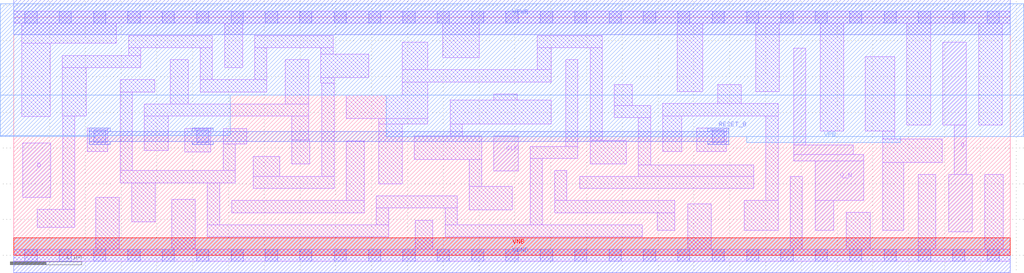
<source format=lef>
# Copyright 2020 The SkyWater PDK Authors
#
# Licensed under the Apache License, Version 2.0 (the "License");
# you may not use this file except in compliance with the License.
# You may obtain a copy of the License at
#
#     https://www.apache.org/licenses/LICENSE-2.0
#
# Unless required by applicable law or agreed to in writing, software
# distributed under the License is distributed on an "AS IS" BASIS,
# WITHOUT WARRANTIES OR CONDITIONS OF ANY KIND, either express or implied.
# See the License for the specific language governing permissions and
# limitations under the License.
#
# SPDX-License-Identifier: Apache-2.0

VERSION 5.7 ;
  NOWIREEXTENSIONATPIN ON ;
  DIVIDERCHAR "/" ;
  BUSBITCHARS "[]" ;
MACRO sky130_fd_sc_ls__dfrbp_2
  CLASS CORE ;
  FOREIGN sky130_fd_sc_ls__dfrbp_2 ;
  ORIGIN  0.000000  0.000000 ;
  SIZE  13.92000 BY  3.330000 ;
  SYMMETRY X Y R90 ;
  SITE unit ;
  PIN D
    ANTENNAGATEAREA  0.126000 ;
    DIRECTION INPUT ;
    USE SIGNAL ;
    PORT
      LAYER li1 ;
        RECT 0.125000 0.810000 0.515000 1.570000 ;
    END
  END D
  PIN Q
    ANTENNADIFFAREA  0.543200 ;
    DIRECTION OUTPUT ;
    USE SIGNAL ;
    PORT
      LAYER li1 ;
        RECT 12.975000 1.820000 13.305000 2.980000 ;
        RECT 13.060000 0.330000 13.390000 1.130000 ;
        RECT 13.135000 1.130000 13.305000 1.820000 ;
    END
  END Q
  PIN Q_N
    ANTENNADIFFAREA  0.543200 ;
    DIRECTION OUTPUT ;
    USE SIGNAL ;
    PORT
      LAYER li1 ;
        RECT 10.895000 1.320000 11.875000 1.410000 ;
        RECT 10.895000 1.410000 11.725000 1.540000 ;
        RECT 10.895000 1.540000 11.065000 2.900000 ;
        RECT 11.195000 0.350000 11.455000 0.770000 ;
        RECT 11.195000 0.770000 11.875000 1.320000 ;
    END
  END Q_N
  PIN RESET_B
    ANTENNAGATEAREA  0.378000 ;
    DIRECTION INPUT ;
    USE SIGNAL ;
    PORT
      LAYER met1 ;
        RECT 1.055000 1.550000 1.345000 1.595000 ;
        RECT 1.055000 1.595000 9.985000 1.735000 ;
        RECT 1.055000 1.735000 1.345000 1.780000 ;
        RECT 2.495000 1.550000 2.785000 1.595000 ;
        RECT 2.495000 1.735000 2.785000 1.780000 ;
        RECT 9.695000 1.550000 9.985000 1.595000 ;
        RECT 9.695000 1.735000 9.985000 1.780000 ;
    END
  END RESET_B
  PIN CLK
    ANTENNAGATEAREA  0.279000 ;
    DIRECTION INPUT ;
    USE CLOCK ;
    PORT
      LAYER li1 ;
        RECT 6.705000 1.180000 7.045000 1.670000 ;
    END
  END CLK
  PIN VGND
    DIRECTION INOUT ;
    SHAPE ABUTMENT ;
    USE GROUND ;
    PORT
      LAYER met1 ;
        RECT 0.000000 -0.245000 13.920000 0.245000 ;
    END
  END VGND
  PIN VNB
    DIRECTION INOUT ;
    USE GROUND ;
    PORT
      LAYER pwell ;
        RECT 0.000000 0.000000 13.920000 0.245000 ;
    END
  END VNB
  PIN VPB
    DIRECTION INOUT ;
    USE POWER ;
    PORT
      LAYER nwell ;
        RECT -0.190000 1.660000  1.140000 1.675000 ;
        RECT -0.190000 1.675000  3.025000 2.245000 ;
        RECT -0.190000 2.245000 14.110000 3.520000 ;
        RECT  5.200000 1.660000 14.110000 2.245000 ;
        RECT 10.235000 1.580000 12.385000 1.660000 ;
    END
  END VPB
  PIN VPWR
    DIRECTION INOUT ;
    SHAPE ABUTMENT ;
    USE POWER ;
    PORT
      LAYER met1 ;
        RECT 0.000000 3.085000 13.920000 3.575000 ;
    END
  END VPWR
  OBS
    LAYER li1 ;
      RECT  0.000000 -0.085000 13.920000 0.085000 ;
      RECT  0.000000  3.245000 13.920000 3.415000 ;
      RECT  0.115000  1.940000  0.510000 2.965000 ;
      RECT  0.115000  2.965000  1.435000 3.245000 ;
      RECT  0.325000  0.390000  0.855000 0.640000 ;
      RECT  0.680000  1.950000  1.010000 2.625000 ;
      RECT  0.680000  2.625000  1.775000 2.795000 ;
      RECT  0.685000  0.640000  0.855000 1.950000 ;
      RECT  1.025000  1.450000  1.315000 1.780000 ;
      RECT  1.145000  0.085000  1.475000 0.810000 ;
      RECT  1.485000  1.015000  3.095000 1.185000 ;
      RECT  1.485000  1.185000  1.655000 2.285000 ;
      RECT  1.485000  2.285000  1.970000 2.455000 ;
      RECT  1.605000  2.795000  1.775000 2.905000 ;
      RECT  1.605000  2.905000  2.775000 3.075000 ;
      RECT  1.645000  0.465000  1.975000 1.015000 ;
      RECT  1.825000  1.470000  2.155000 1.945000 ;
      RECT  1.825000  1.945000  4.120000 2.115000 ;
      RECT  2.185000  2.115000  2.435000 2.735000 ;
      RECT  2.205000  0.085000  2.535000 0.780000 ;
      RECT  2.385000  1.445000  2.755000 1.775000 ;
      RECT  2.605000  2.285000  3.535000 2.455000 ;
      RECT  2.605000  2.455000  2.775000 2.905000 ;
      RECT  2.705000  0.255000  5.235000 0.425000 ;
      RECT  2.705000  0.425000  2.875000 1.015000 ;
      RECT  2.925000  1.185000  3.095000 1.555000 ;
      RECT  2.925000  1.555000  3.255000 1.775000 ;
      RECT  2.945000  2.625000  3.195000 3.245000 ;
      RECT  3.045000  0.595000  4.895000 0.765000 ;
      RECT  3.345000  0.935000  4.475000 1.105000 ;
      RECT  3.345000  1.105000  3.715000 1.385000 ;
      RECT  3.365000  2.455000  3.535000 2.905000 ;
      RECT  3.365000  2.905000  4.460000 3.075000 ;
      RECT  3.790000  2.115000  4.120000 2.735000 ;
      RECT  3.885000  1.275000  4.135000 1.610000 ;
      RECT  3.885000  1.610000  4.120000 1.945000 ;
      RECT  4.290000  2.410000  4.475000 2.485000 ;
      RECT  4.290000  2.485000  4.960000 2.815000 ;
      RECT  4.290000  2.815000  4.460000 2.905000 ;
      RECT  4.305000  1.105000  4.475000 2.410000 ;
      RECT  4.645000  0.765000  4.895000 1.600000 ;
      RECT  4.645000  1.910000  5.785000 2.240000 ;
      RECT  5.065000  0.425000  5.235000 0.660000 ;
      RECT  5.065000  0.660000  6.195000 0.830000 ;
      RECT  5.095000  1.000000  5.425000 1.840000 ;
      RECT  5.095000  1.840000  5.785000 1.910000 ;
      RECT  5.425000  2.240000  5.785000 2.425000 ;
      RECT  5.425000  2.425000  7.505000 2.595000 ;
      RECT  5.425000  2.595000  5.785000 2.980000 ;
      RECT  5.595000  1.340000  6.535000 1.670000 ;
      RECT  5.605000  0.085000  5.855000 0.490000 ;
      RECT  5.990000  2.765000  6.500000 3.245000 ;
      RECT  6.025000  0.255000  8.780000 0.425000 ;
      RECT  6.025000  0.425000  6.195000 0.660000 ;
      RECT  6.095000  1.670000  6.265000 1.840000 ;
      RECT  6.095000  1.840000  7.505000 2.170000 ;
      RECT  6.365000  0.635000  6.960000 0.965000 ;
      RECT  6.365000  0.965000  6.535000 1.340000 ;
      RECT  6.705000  2.170000  7.035000 2.255000 ;
      RECT  7.215000  0.425000  7.385000 1.355000 ;
      RECT  7.215000  1.355000  7.880000 1.525000 ;
      RECT  7.315000  2.595000  7.505000 2.905000 ;
      RECT  7.315000  2.905000  8.220000 3.075000 ;
      RECT  7.555000  0.595000  9.235000 0.765000 ;
      RECT  7.555000  0.765000  7.725000 1.185000 ;
      RECT  7.710000  1.525000  7.880000 2.735000 ;
      RECT  7.905000  0.935000 10.335000 1.105000 ;
      RECT  8.050000  1.275000  8.555000 1.605000 ;
      RECT  8.050000  1.605000  8.220000 2.905000 ;
      RECT  8.390000  1.925000  8.895000 2.095000 ;
      RECT  8.390000  2.095000  8.640000 2.385000 ;
      RECT  8.725000  1.105000 10.335000 1.265000 ;
      RECT  8.725000  1.265000  8.895000 1.925000 ;
      RECT  8.985000  0.350000  9.235000 0.595000 ;
      RECT  9.065000  1.455000  9.330000 1.950000 ;
      RECT  9.065000  1.950000 10.675000 2.120000 ;
      RECT  9.265000  2.290000  9.625000 3.245000 ;
      RECT  9.415000  0.085000  9.745000 0.720000 ;
      RECT  9.540000  1.450000  9.955000 1.780000 ;
      RECT  9.830000  2.120000 10.160000 2.385000 ;
      RECT 10.205000  0.350000 10.675000 0.765000 ;
      RECT 10.365000  2.290000 10.695000 3.245000 ;
      RECT 10.505000  0.765000 10.675000 1.950000 ;
      RECT 10.845000  0.085000 11.015000 1.100000 ;
      RECT 11.265000  1.740000 11.595000 3.245000 ;
      RECT 11.625000  0.085000 11.965000 0.600000 ;
      RECT 11.895000  1.740000 12.305000 2.780000 ;
      RECT 12.135000  0.350000 12.430000 1.300000 ;
      RECT 12.135000  1.300000 12.965000 1.630000 ;
      RECT 12.135000  1.630000 12.305000 1.740000 ;
      RECT 12.475000  1.820000 12.805000 3.245000 ;
      RECT 12.630000  0.085000 12.880000 1.130000 ;
      RECT 13.475000  1.820000 13.805000 3.245000 ;
      RECT 13.560000  0.085000 13.820000 1.130000 ;
    LAYER mcon ;
      RECT  0.155000 -0.085000  0.325000 0.085000 ;
      RECT  0.155000  3.245000  0.325000 3.415000 ;
      RECT  0.635000 -0.085000  0.805000 0.085000 ;
      RECT  0.635000  3.245000  0.805000 3.415000 ;
      RECT  1.115000 -0.085000  1.285000 0.085000 ;
      RECT  1.115000  1.580000  1.285000 1.750000 ;
      RECT  1.115000  3.245000  1.285000 3.415000 ;
      RECT  1.595000 -0.085000  1.765000 0.085000 ;
      RECT  1.595000  3.245000  1.765000 3.415000 ;
      RECT  2.075000 -0.085000  2.245000 0.085000 ;
      RECT  2.075000  3.245000  2.245000 3.415000 ;
      RECT  2.555000 -0.085000  2.725000 0.085000 ;
      RECT  2.555000  1.580000  2.725000 1.750000 ;
      RECT  2.555000  3.245000  2.725000 3.415000 ;
      RECT  3.035000 -0.085000  3.205000 0.085000 ;
      RECT  3.035000  3.245000  3.205000 3.415000 ;
      RECT  3.515000 -0.085000  3.685000 0.085000 ;
      RECT  3.515000  3.245000  3.685000 3.415000 ;
      RECT  3.995000 -0.085000  4.165000 0.085000 ;
      RECT  3.995000  3.245000  4.165000 3.415000 ;
      RECT  4.475000 -0.085000  4.645000 0.085000 ;
      RECT  4.475000  3.245000  4.645000 3.415000 ;
      RECT  4.955000 -0.085000  5.125000 0.085000 ;
      RECT  4.955000  3.245000  5.125000 3.415000 ;
      RECT  5.435000 -0.085000  5.605000 0.085000 ;
      RECT  5.435000  3.245000  5.605000 3.415000 ;
      RECT  5.915000 -0.085000  6.085000 0.085000 ;
      RECT  5.915000  3.245000  6.085000 3.415000 ;
      RECT  6.395000 -0.085000  6.565000 0.085000 ;
      RECT  6.395000  3.245000  6.565000 3.415000 ;
      RECT  6.875000 -0.085000  7.045000 0.085000 ;
      RECT  6.875000  3.245000  7.045000 3.415000 ;
      RECT  7.355000 -0.085000  7.525000 0.085000 ;
      RECT  7.355000  3.245000  7.525000 3.415000 ;
      RECT  7.835000 -0.085000  8.005000 0.085000 ;
      RECT  7.835000  3.245000  8.005000 3.415000 ;
      RECT  8.315000 -0.085000  8.485000 0.085000 ;
      RECT  8.315000  3.245000  8.485000 3.415000 ;
      RECT  8.795000 -0.085000  8.965000 0.085000 ;
      RECT  8.795000  3.245000  8.965000 3.415000 ;
      RECT  9.275000 -0.085000  9.445000 0.085000 ;
      RECT  9.275000  3.245000  9.445000 3.415000 ;
      RECT  9.755000 -0.085000  9.925000 0.085000 ;
      RECT  9.755000  1.580000  9.925000 1.750000 ;
      RECT  9.755000  3.245000  9.925000 3.415000 ;
      RECT 10.235000 -0.085000 10.405000 0.085000 ;
      RECT 10.235000  3.245000 10.405000 3.415000 ;
      RECT 10.715000 -0.085000 10.885000 0.085000 ;
      RECT 10.715000  3.245000 10.885000 3.415000 ;
      RECT 11.195000 -0.085000 11.365000 0.085000 ;
      RECT 11.195000  3.245000 11.365000 3.415000 ;
      RECT 11.675000 -0.085000 11.845000 0.085000 ;
      RECT 11.675000  3.245000 11.845000 3.415000 ;
      RECT 12.155000 -0.085000 12.325000 0.085000 ;
      RECT 12.155000  3.245000 12.325000 3.415000 ;
      RECT 12.635000 -0.085000 12.805000 0.085000 ;
      RECT 12.635000  3.245000 12.805000 3.415000 ;
      RECT 13.115000 -0.085000 13.285000 0.085000 ;
      RECT 13.115000  3.245000 13.285000 3.415000 ;
      RECT 13.595000 -0.085000 13.765000 0.085000 ;
      RECT 13.595000  3.245000 13.765000 3.415000 ;
  END
END sky130_fd_sc_ls__dfrbp_2
END LIBRARY

</source>
